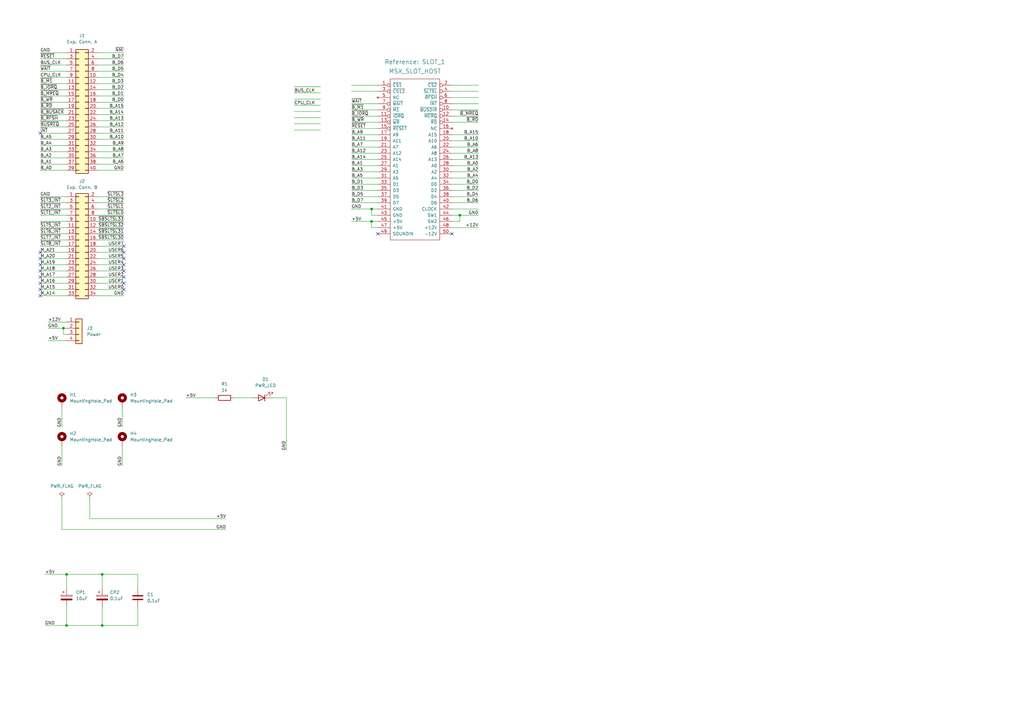
<source format=kicad_sch>
(kicad_sch (version 20230121) (generator eeschema)
  (paper "A3")
  (title_block (date "2023-08-13"))
  (lib_symbols
    (symbol "Connector_Generic:Conn_01x04" (pin_names (offset 1.016) hide)
      (property "Reference" "J" (at 0 5.08 0))
      (property "Value" "Conn_01x04" (at 0 -7.62 0))
      (symbol "Conn_01x04_1_1"
        (rectangle (start -1.27 -4.953) (end 0 -5.207) (stroke (width 0.1524)))
        (rectangle (start -1.27 -2.413) (end 0 -2.667) (stroke (width 0.1524)))
        (rectangle (start -1.27 0.127) (end 0 -0.127) (stroke (width 0.1524)))
        (rectangle (start -1.27 2.667) (end 0 2.413) (stroke (width 0.1524)))
        (rectangle (start -1.27 3.81) (end 1.27 -6.35) (stroke (width 0.254)) (fill (type background)))
        (pin passive line (at -5.08 2.54 0) (length 3.81) (name "Pin_1") (number "1"))
        (pin passive line (at -5.08 0 0) (length 3.81) (name "Pin_2") (number "2"))
        (pin passive line (at -5.08 -2.54 0) (length 3.81) (name "Pin_3") (number "3"))
        (pin passive line (at -5.08 -5.08 0) (length 3.81) (name "Pin_4") (number "4"))
      )
    )
    (symbol "Connector_Generic:Conn_02x17_Odd_Even" (pin_names (offset 1.016) hide)
      (property "Reference" "J" (at 1.27 22.86 0))
      (property "Value" "Conn_02x17_Odd_Even" (at 1.27 -22.86 0))
      (symbol "Conn_02x17_Odd_Even_1_1"
        (rectangle (start -1.27 -20.193) (end 0 -20.447) (stroke (width 0.1524)))
        (rectangle (start -1.27 -17.653) (end 0 -17.907) (stroke (width 0.1524)))
        (rectangle (start -1.27 -15.113) (end 0 -15.367) (stroke (width 0.1524)))
        (rectangle (start -1.27 -12.573) (end 0 -12.827) (stroke (width 0.1524)))
        (rectangle (start -1.27 -10.033) (end 0 -10.287) (stroke (width 0.1524)))
        (rectangle (start -1.27 -7.493) (end 0 -7.747) (stroke (width 0.1524)))
        (rectangle (start -1.27 -4.953) (end 0 -5.207) (stroke (width 0.1524)))
        (rectangle (start -1.27 -2.413) (end 0 -2.667) (stroke (width 0.1524)))
        (rectangle (start -1.27 0.127) (end 0 -0.127) (stroke (width 0.1524)))
        (rectangle (start -1.27 2.667) (end 0 2.413) (stroke (width 0.1524)))
        (rectangle (start -1.27 5.207) (end 0 4.953) (stroke (width 0.1524)))
        (rectangle (start -1.27 7.747) (end 0 7.493) (stroke (width 0.1524)))
        (rectangle (start -1.27 10.287) (end 0 10.033) (stroke (width 0.1524)))
        (rectangle (start -1.27 12.827) (end 0 12.573) (stroke (width 0.1524)))
        (rectangle (start -1.27 15.367) (end 0 15.113) (stroke (width 0.1524)))
        (rectangle (start -1.27 17.907) (end 0 17.653) (stroke (width 0.1524)))
        (rectangle (start -1.27 20.447) (end 0 20.193) (stroke (width 0.1524)))
        (rectangle (start -1.27 21.59) (end 3.81 -21.59) (stroke (width 0.254)) (fill (type background)))
        (rectangle (start 3.81 -20.193) (end 2.54 -20.447) (stroke (width 0.1524)))
        (rectangle (start 3.81 -17.653) (end 2.54 -17.907) (stroke (width 0.1524)))
        (rectangle (start 3.81 -15.113) (end 2.54 -15.367) (stroke (width 0.1524)))
        (rectangle (start 3.81 -12.573) (end 2.54 -12.827) (stroke (width 0.1524)))
        (rectangle (start 3.81 -10.033) (end 2.54 -10.287) (stroke (width 0.1524)))
        (rectangle (start 3.81 -7.493) (end 2.54 -7.747) (stroke (width 0.1524)))
        (rectangle (start 3.81 -4.953) (end 2.54 -5.207) (stroke (width 0.1524)))
        (rectangle (start 3.81 -2.413) (end 2.54 -2.667) (stroke (width 0.1524)))
        (rectangle (start 3.81 0.127) (end 2.54 -0.127) (stroke (width 0.1524)))
        (rectangle (start 3.81 2.667) (end 2.54 2.413) (stroke (width 0.1524)))
        (rectangle (start 3.81 5.207) (end 2.54 4.953) (stroke (width 0.1524)))
        (rectangle (start 3.81 7.747) (end 2.54 7.493) (stroke (width 0.1524)))
        (rectangle (start 3.81 10.287) (end 2.54 10.033) (stroke (width 0.1524)))
        (rectangle (start 3.81 12.827) (end 2.54 12.573) (stroke (width 0.1524)))
        (rectangle (start 3.81 15.367) (end 2.54 15.113) (stroke (width 0.1524)))
        (rectangle (start 3.81 17.907) (end 2.54 17.653) (stroke (width 0.1524)))
        (rectangle (start 3.81 20.447) (end 2.54 20.193) (stroke (width 0.1524)))
        (pin passive line (at -5.08 20.32 0) (length 3.81) (name "Pin_1") (number "1"))
        (pin passive line (at 7.62 10.16 180) (length 3.81) (name "Pin_10") (number "10"))
        (pin passive line (at -5.08 7.62 0) (length 3.81) (name "Pin_11") (number "11"))
        (pin passive line (at 7.62 7.62 180) (length 3.81) (name "Pin_12") (number "12"))
        (pin passive line (at -5.08 5.08 0) (length 3.81) (name "Pin_13") (number "13"))
        (pin passive line (at 7.62 5.08 180) (length 3.81) (name "Pin_14") (number "14"))
        (pin passive line (at -5.08 2.54 0) (length 3.81) (name "Pin_15") (number "15"))
        (pin passive line (at 7.62 2.54 180) (length 3.81) (name "Pin_16") (number "16"))
        (pin passive line (at -5.08 0 0) (length 3.81) (name "Pin_17") (number "17"))
        (pin passive line (at 7.62 0 180) (length 3.81) (name "Pin_18") (number "18"))
        (pin passive line (at -5.08 -2.54 0) (length 3.81) (name "Pin_19") (number "19"))
        (pin passive line (at 7.62 20.32 180) (length 3.81) (name "Pin_2") (number "2"))
        (pin passive line (at 7.62 -2.54 180) (length 3.81) (name "Pin_20") (number "20"))
        (pin passive line (at -5.08 -5.08 0) (length 3.81) (name "Pin_21") (number "21"))
        (pin passive line (at 7.62 -5.08 180) (length 3.81) (name "Pin_22") (number "22"))
        (pin passive line (at -5.08 -7.62 0) (length 3.81) (name "Pin_23") (number "23"))
        (pin passive line (at 7.62 -7.62 180) (length 3.81) (name "Pin_24") (number "24"))
        (pin passive line (at -5.08 -10.16 0) (length 3.81) (name "Pin_25") (number "25"))
        (pin passive line (at 7.62 -10.16 180) (length 3.81) (name "Pin_26") (number "26"))
        (pin passive line (at -5.08 -12.7 0) (length 3.81) (name "Pin_27") (number "27"))
        (pin passive line (at 7.62 -12.7 180) (length 3.81) (name "Pin_28") (number "28"))
        (pin passive line (at -5.08 -15.24 0) (length 3.81) (name "Pin_29") (number "29"))
        (pin passive line (at -5.08 17.78 0) (length 3.81) (name "Pin_3") (number "3"))
        (pin passive line (at 7.62 -15.24 180) (length 3.81) (name "Pin_30") (number "30"))
        (pin passive line (at -5.08 -17.78 0) (length 3.81) (name "Pin_31") (number "31"))
        (pin passive line (at 7.62 -17.78 180) (length 3.81) (name "Pin_32") (number "32"))
        (pin passive line (at -5.08 -20.32 0) (length 3.81) (name "Pin_33") (number "33"))
        (pin passive line (at 7.62 -20.32 180) (length 3.81) (name "Pin_34") (number "34"))
        (pin passive line (at 7.62 17.78 180) (length 3.81) (name "Pin_4") (number "4"))
        (pin passive line (at -5.08 15.24 0) (length 3.81) (name "Pin_5") (number "5"))
        (pin passive line (at 7.62 15.24 180) (length 3.81) (name "Pin_6") (number "6"))
        (pin passive line (at -5.08 12.7 0) (length 3.81) (name "Pin_7") (number "7"))
        (pin passive line (at 7.62 12.7 180) (length 3.81) (name "Pin_8") (number "8"))
        (pin passive line (at -5.08 10.16 0) (length 3.81) (name "Pin_9") (number "9"))
      )
    )
    (symbol "Connector_Generic:Conn_02x20_Odd_Even" (pin_names (offset 1.016) hide)
      (property "Reference" "J" (at 1.27 25.4 0))
      (property "Value" "Conn_02x20_Odd_Even" (at 1.27 -27.94 0))
      (symbol "Conn_02x20_Odd_Even_1_1"
        (rectangle (start -1.27 -25.273) (end 0 -25.527) (stroke (width 0.1524)))
        (rectangle (start -1.27 -22.733) (end 0 -22.987) (stroke (width 0.1524)))
        (rectangle (start -1.27 -20.193) (end 0 -20.447) (stroke (width 0.1524)))
        (rectangle (start -1.27 -17.653) (end 0 -17.907) (stroke (width 0.1524)))
        (rectangle (start -1.27 -15.113) (end 0 -15.367) (stroke (width 0.1524)))
        (rectangle (start -1.27 -12.573) (end 0 -12.827) (stroke (width 0.1524)))
        (rectangle (start -1.27 -10.033) (end 0 -10.287) (stroke (width 0.1524)))
        (rectangle (start -1.27 -7.493) (end 0 -7.747) (stroke (width 0.1524)))
        (rectangle (start -1.27 -4.953) (end 0 -5.207) (stroke (width 0.1524)))
        (rectangle (start -1.27 -2.413) (end 0 -2.667) (stroke (width 0.1524)))
        (rectangle (start -1.27 0.127) (end 0 -0.127) (stroke (width 0.1524)))
        (rectangle (start -1.27 2.667) (end 0 2.413) (stroke (width 0.1524)))
        (rectangle (start -1.27 5.207) (end 0 4.953) (stroke (width 0.1524)))
        (rectangle (start -1.27 7.747) (end 0 7.493) (stroke (width 0.1524)))
        (rectangle (start -1.27 10.287) (end 0 10.033) (stroke (width 0.1524)))
        (rectangle (start -1.27 12.827) (end 0 12.573) (stroke (width 0.1524)))
        (rectangle (start -1.27 15.367) (end 0 15.113) (stroke (width 0.1524)))
        (rectangle (start -1.27 17.907) (end 0 17.653) (stroke (width 0.1524)))
        (rectangle (start -1.27 20.447) (end 0 20.193) (stroke (width 0.1524)))
        (rectangle (start -1.27 22.987) (end 0 22.733) (stroke (width 0.1524)))
        (rectangle (start -1.27 24.13) (end 3.81 -26.67) (stroke (width 0.254)) (fill (type background)))
        (rectangle (start 3.81 -25.273) (end 2.54 -25.527) (stroke (width 0.1524)))
        (rectangle (start 3.81 -22.733) (end 2.54 -22.987) (stroke (width 0.1524)))
        (rectangle (start 3.81 -20.193) (end 2.54 -20.447) (stroke (width 0.1524)))
        (rectangle (start 3.81 -17.653) (end 2.54 -17.907) (stroke (width 0.1524)))
        (rectangle (start 3.81 -15.113) (end 2.54 -15.367) (stroke (width 0.1524)))
        (rectangle (start 3.81 -12.573) (end 2.54 -12.827) (stroke (width 0.1524)))
        (rectangle (start 3.81 -10.033) (end 2.54 -10.287) (stroke (width 0.1524)))
        (rectangle (start 3.81 -7.493) (end 2.54 -7.747) (stroke (width 0.1524)))
        (rectangle (start 3.81 -4.953) (end 2.54 -5.207) (stroke (width 0.1524)))
        (rectangle (start 3.81 -2.413) (end 2.54 -2.667) (stroke (width 0.1524)))
        (rectangle (start 3.81 0.127) (end 2.54 -0.127) (stroke (width 0.1524)))
        (rectangle (start 3.81 2.667) (end 2.54 2.413) (stroke (width 0.1524)))
        (rectangle (start 3.81 5.207) (end 2.54 4.953) (stroke (width 0.1524)))
        (rectangle (start 3.81 7.747) (end 2.54 7.493) (stroke (width 0.1524)))
        (rectangle (start 3.81 10.287) (end 2.54 10.033) (stroke (width 0.1524)))
        (rectangle (start 3.81 12.827) (end 2.54 12.573) (stroke (width 0.1524)))
        (rectangle (start 3.81 15.367) (end 2.54 15.113) (stroke (width 0.1524)))
        (rectangle (start 3.81 17.907) (end 2.54 17.653) (stroke (width 0.1524)))
        (rectangle (start 3.81 20.447) (end 2.54 20.193) (stroke (width 0.1524)))
        (rectangle (start 3.81 22.987) (end 2.54 22.733) (stroke (width 0.1524)))
        (pin passive line (at -5.08 22.86 0) (length 3.81) (name "Pin_1") (number "1"))
        (pin passive line (at 7.62 12.7 180) (length 3.81) (name "Pin_10") (number "10"))
        (pin passive line (at -5.08 10.16 0) (length 3.81) (name "Pin_11") (number "11"))
        (pin passive line (at 7.62 10.16 180) (length 3.81) (name "Pin_12") (number "12"))
        (pin passive line (at -5.08 7.62 0) (length 3.81) (name "Pin_13") (number "13"))
        (pin passive line (at 7.62 7.62 180) (length 3.81) (name "Pin_14") (number "14"))
        (pin passive line (at -5.08 5.08 0) (length 3.81) (name "Pin_15") (number "15"))
        (pin passive line (at 7.62 5.08 180) (length 3.81) (name "Pin_16") (number "16"))
        (pin passive line (at -5.08 2.54 0) (length 3.81) (name "Pin_17") (number "17"))
        (pin passive line (at 7.62 2.54 180) (length 3.81) (name "Pin_18") (number "18"))
        (pin passive line (at -5.08 0 0) (length 3.81) (name "Pin_19") (number "19"))
        (pin passive line (at 7.62 22.86 180) (length 3.81) (name "Pin_2") (number "2"))
        (pin passive line (at 7.62 0 180) (length 3.81) (name "Pin_20") (number "20"))
        (pin passive line (at -5.08 -2.54 0) (length 3.81) (name "Pin_21") (number "21"))
        (pin passive line (at 7.62 -2.54 180) (length 3.81) (name "Pin_22") (number "22"))
        (pin passive line (at -5.08 -5.08 0) (length 3.81) (name "Pin_23") (number "23"))
        (pin passive line (at 7.62 -5.08 180) (length 3.81) (name "Pin_24") (number "24"))
        (pin passive line (at -5.08 -7.62 0) (length 3.81) (name "Pin_25") (number "25"))
        (pin passive line (at 7.62 -7.62 180) (length 3.81) (name "Pin_26") (number "26"))
        (pin passive line (at -5.08 -10.16 0) (length 3.81) (name "Pin_27") (number "27"))
        (pin passive line (at 7.62 -10.16 180) (length 3.81) (name "Pin_28") (number "28"))
        (pin passive line (at -5.08 -12.7 0) (length 3.81) (name "Pin_29") (number "29"))
        (pin passive line (at -5.08 20.32 0) (length 3.81) (name "Pin_3") (number "3"))
        (pin passive line (at 7.62 -12.7 180) (length 3.81) (name "Pin_30") (number "30"))
        (pin passive line (at -5.08 -15.24 0) (length 3.81) (name "Pin_31") (number "31"))
        (pin passive line (at 7.62 -15.24 180) (length 3.81) (name "Pin_32") (number "32"))
        (pin passive line (at -5.08 -17.78 0) (length 3.81) (name "Pin_33") (number "33"))
        (pin passive line (at 7.62 -17.78 180) (length 3.81) (name "Pin_34") (number "34"))
        (pin passive line (at -5.08 -20.32 0) (length 3.81) (name "Pin_35") (number "35"))
        (pin passive line (at 7.62 -20.32 180) (length 3.81) (name "Pin_36") (number "36"))
        (pin passive line (at -5.08 -22.86 0) (length 3.81) (name "Pin_37") (number "37"))
        (pin passive line (at 7.62 -22.86 180) (length 3.81) (name "Pin_38") (number "38"))
        (pin passive line (at -5.08 -25.4 0) (length 3.81) (name "Pin_39") (number "39"))
        (pin passive line (at 7.62 20.32 180) (length 3.81) (name "Pin_4") (number "4"))
        (pin passive line (at 7.62 -25.4 180) (length 3.81) (name "Pin_40") (number "40"))
        (pin passive line (at -5.08 17.78 0) (length 3.81) (name "Pin_5") (number "5"))
        (pin passive line (at 7.62 17.78 180) (length 3.81) (name "Pin_6") (number "6"))
        (pin passive line (at -5.08 15.24 0) (length 3.81) (name "Pin_7") (number "7"))
        (pin passive line (at 7.62 15.24 180) (length 3.81) (name "Pin_8") (number "8"))
        (pin passive line (at -5.08 12.7 0) (length 3.81) (name "Pin_9") (number "9"))
      )
    )
    (symbol "Device:C" (pin_numbers hide) (pin_names (offset 0.254))
      (property "Reference" "C" (at 0.635 2.54 0))
      (property "Value" "C" (at 0.635 -2.54 0))
      (symbol "C_0_1"
        (polyline (pts (xy -2.032 -0.762) (xy 2.032 -0.762)) (stroke (width 0.508)))
        (polyline (pts (xy -2.032 0.762) (xy 2.032 0.762)) (stroke (width 0.508)))
      )
      (symbol "C_1_1"
        (pin passive line (at 0 3.81 270) (length 2.794) (name "~") (number "1"))
        (pin passive line (at 0 -3.81 90) (length 2.794) (name "~") (number "2"))
      )
    )
    (symbol "Device:C_Polarized" (pin_numbers hide) (pin_names (offset 0.254))
      (property "Reference" "C" (at 0.635 2.54 0))
      (property "Value" "C_Polarized" (at 0.635 -2.54 0))
      (symbol "C_Polarized_0_1"
        (rectangle (start -2.286 0.508) (end 2.286 1.016))
        (polyline (pts (xy -1.778 2.286) (xy -0.762 2.286)))
        (polyline (pts (xy -1.27 2.794) (xy -1.27 1.778)))
        (rectangle (start 2.286 -0.508) (end -2.286 -1.016) (fill (type outline)))
      )
      (symbol "C_Polarized_1_1"
        (pin passive line (at 0 3.81 270) (length 2.794) (name "~") (number "1"))
        (pin passive line (at 0 -3.81 90) (length 2.794) (name "~") (number "2"))
      )
    )
    (symbol "Device:LED" (pin_numbers hide) (pin_names (offset 1.016) hide)
      (property "Reference" "D" (at 0 2.54 0))
      (property "Value" "LED" (at 0 -2.54 0))
      (symbol "LED_0_1"
        (polyline (pts (xy -1.27 -1.27) (xy -1.27 1.27)) (stroke (width 0.254)))
        (polyline (pts (xy -1.27 0) (xy 1.27 0)))
        (polyline (pts (xy 1.27 -1.27) (xy 1.27 1.27) (xy -1.27 0) (xy 1.27 -1.27)) (stroke (width 0.254)))
        (polyline (pts (xy -3.048 -0.762) (xy -4.572 -2.286) (xy -3.81 -2.286) (xy -4.572 -2.286) (xy -4.572 -1.524)))
        (polyline (pts (xy -1.778 -0.762) (xy -3.302 -2.286) (xy -2.54 -2.286) (xy -3.302 -2.286) (xy -3.302 -1.524)))
      )
      (symbol "LED_1_1"
        (pin passive line (at -3.81 0 0) (length 2.54) (name "K") (number "1"))
        (pin passive line (at 3.81 0 180) (length 2.54) (name "A") (number "2"))
      )
    )
    (symbol "Device:R" (pin_numbers hide) (pin_names (offset 0))
      (property "Reference" "R" (at 2.032 0 90))
      (property "Value" "R" (at 0 0 90))
      (symbol "R_0_1"
        (rectangle (start -1.016 -2.54) (end 1.016 2.54) (stroke (width 0.254)))
      )
      (symbol "R_1_1"
        (pin passive line (at 0 3.81 270) (length 1.27) (name "~") (number "1"))
        (pin passive line (at 0 -3.81 90) (length 1.27) (name "~") (number "2"))
      )
    )
    (symbol "Mechanical:MountingHole_Pad" (pin_numbers hide) (pin_names (offset 1.016) hide)
      (property "Reference" "H" (at 0 6.35 0))
      (property "Value" "MountingHole_Pad" (at 0 4.445 0))
      (symbol "MountingHole_Pad_0_1"
        (circle (center 0 1.27) (radius 1.27) (stroke (width 1.27)))
      )
      (symbol "MountingHole_Pad_1_1"
        (pin input line (at 0 -2.54 90) (length 2.54) (name "1") (number "1"))
      )
    )
    (symbol "my_components:MSX_SLOT_HOST" (pin_names (offset 1.016))
      (property "Reference" "BUS" (at -10.16 34.29 0))
      (property "Value" "MSX_SLOT_HOST" (at -10.16 -34.29 0))
      (symbol "MSX_SLOT_HOST_0_1"
        (rectangle (start -10.16 -33.02) (end 10.16 33.02))
      )
      (symbol "MSX_SLOT_HOST_1_1"
        (pin input inverted (at -15.24 30.48 0) (length 5.08) (name "~{CS1}") (number "1"))
        (pin output inverted (at 15.24 20.32 180) (length 5.08) (name "~{BUSDIR}") (number "10"))
        (pin input inverted (at -15.24 17.78 0) (length 5.08) (name "~{IORQ}") (number "11"))
        (pin input inverted (at 15.24 17.78 180) (length 5.08) (name "~{MERQ}") (number "12"))
        (pin input inverted (at -15.24 15.24 0) (length 5.08) (name "~{WR}") (number "13"))
        (pin input inverted (at 15.24 15.24 180) (length 5.08) (name "~{RD}") (number "14"))
        (pin input inverted (at -15.24 12.7 0) (length 5.08) (name "~{RESET}") (number "15"))
        (pin no_connect line (at 15.24 12.7 180) (length 5.08) (name "NC") (number "16"))
        (pin input line (at -15.24 10.16 0) (length 5.08) (name "A9") (number "17"))
        (pin input line (at 15.24 10.16 180) (length 5.08) (name "A15") (number "18"))
        (pin input line (at -15.24 7.62 0) (length 5.08) (name "A11") (number "19"))
        (pin input inverted (at 15.24 30.48 180) (length 5.08) (name "~{CS2}") (number "2"))
        (pin input line (at 15.24 7.62 180) (length 5.08) (name "A10") (number "20"))
        (pin input line (at -15.24 5.08 0) (length 5.08) (name "A7") (number "21"))
        (pin input line (at 15.24 5.08 180) (length 5.08) (name "A6") (number "22"))
        (pin input line (at -15.24 2.54 0) (length 5.08) (name "A12") (number "23"))
        (pin input line (at 15.24 2.54 180) (length 5.08) (name "A8") (number "24"))
        (pin input line (at -15.24 0 0) (length 5.08) (name "A14") (number "25"))
        (pin input line (at 15.24 0 180) (length 5.08) (name "A13") (number "26"))
        (pin input line (at -15.24 -2.54 0) (length 5.08) (name "A1") (number "27"))
        (pin input line (at 15.24 -2.54 180) (length 5.08) (name "A0") (number "28"))
        (pin input line (at -15.24 -5.08 0) (length 5.08) (name "A3") (number "29"))
        (pin input inverted (at -15.24 27.94 0) (length 5.08) (name "~{CS12}") (number "3"))
        (pin input line (at 15.24 -5.08 180) (length 5.08) (name "A2") (number "30"))
        (pin input line (at -15.24 -7.62 0) (length 5.08) (name "A5") (number "31"))
        (pin input line (at 15.24 -7.62 180) (length 5.08) (name "A4") (number "32"))
        (pin tri_state line (at -15.24 -10.16 0) (length 5.08) (name "D1") (number "33"))
        (pin tri_state line (at 15.24 -10.16 180) (length 5.08) (name "D0") (number "34"))
        (pin tri_state line (at -15.24 -12.7 0) (length 5.08) (name "D3") (number "35"))
        (pin tri_state line (at 15.24 -12.7 180) (length 5.08) (name "D2~{}") (number "36"))
        (pin tri_state line (at -15.24 -15.24 0) (length 5.08) (name "D5") (number "37"))
        (pin tri_state line (at 15.24 -15.24 180) (length 5.08) (name "D4") (number "38"))
        (pin tri_state line (at -15.24 -17.78 0) (length 5.08) (name "D7") (number "39"))
        (pin input inverted (at 15.24 27.94 180) (length 5.08) (name "~{SLTSL}") (number "4"))
        (pin tri_state line (at 15.24 -17.78 180) (length 5.08) (name "D6") (number "40"))
        (pin power_in line (at -15.24 -20.32 0) (length 5.08) (name "GND") (number "41"))
        (pin input line (at 15.24 -20.32 180) (length 5.08) (name "CLOCK") (number "42"))
        (pin power_in line (at -15.24 -22.86 0) (length 5.08) (name "GND") (number "43"))
        (pin passive line (at 15.24 -22.86 180) (length 5.08) (name "SW1") (number "44"))
        (pin power_in line (at -15.24 -25.4 0) (length 5.08) (name "+5V") (number "45"))
        (pin passive line (at 15.24 -25.4 180) (length 5.08) (name "SW2") (number "46"))
        (pin power_in line (at -15.24 -27.94 0) (length 5.08) (name "+5V") (number "47"))
        (pin power_in line (at 15.24 -27.94 180) (length 5.08) (name "+12V") (number "48"))
        (pin output line (at -15.24 -30.48 0) (length 5.08) (name "SOUNDIN") (number "49"))
        (pin no_connect line (at -15.24 25.4 0) (length 5.08) (name "NC") (number "5"))
        (pin power_in line (at 15.24 -30.48 180) (length 5.08) (name "-12V") (number "50"))
        (pin input inverted (at 15.24 25.4 180) (length 5.08) (name "~{RFSH}") (number "6"))
        (pin open_collector inverted (at -15.24 22.86 0) (length 5.08) (name "~{WAIT}") (number "7"))
        (pin open_collector inverted (at 15.24 22.86 180) (length 5.08) (name "~{INT}") (number "8"))
        (pin input inverted (at -15.24 20.32 0) (length 5.08) (name "~{M1}") (number "9"))
      )
    )
    (symbol "power:PWR_FLAG" (power) (pin_numbers hide) (pin_names (offset 0) hide)
      (property "Value" "PWR_FLAG" (at 0 3.81 0))
      (symbol "PWR_FLAG_0_0"
        (pin power_out line (at 0 0 90) (length 0) (name "pwr") (number "1"))
      )
      (symbol "PWR_FLAG_0_1"
        (polyline (pts (xy 0 0) (xy 0 1.27) (xy -1.016 1.905) (xy 0 2.54) (xy 1.016 1.905) (xy 0 1.27)))
      )
    )
  )
  (junction (at 27.305 256.54))
  (junction (at 41.91 256.54))
  (junction (at 41.91 235.585))
  (junction (at 26.035 134.62))
  (junction (at 27.305 235.585))
  (junction (at 188.595 88.265))
  (junction (at 152.4 90.805))
  (junction (at 152.4 85.725))
  (no_connect (at 16.51 118.745))
  (no_connect (at 50.8 113.665))
  (no_connect (at 50.8 108.585))
  (no_connect (at 50.8 116.205))
  (no_connect (at 50.8 103.505))
  (no_connect (at 16.51 54.61))
  (no_connect (at 185.42 95.885))
  (no_connect (at 16.51 113.665))
  (no_connect (at 154.94 95.885))
  (no_connect (at 50.8 100.965))
  (no_connect (at 50.8 118.745))
  (no_connect (at 16.51 106.045))
  (no_connect (at 50.8 111.125))
  (no_connect (at 16.51 111.125))
  (no_connect (at 16.51 116.205))
  (no_connect (at 16.51 108.585))
  (no_connect (at 16.51 103.505))
  (no_connect (at 16.51 121.285))
  (no_connect (at 50.8 106.045))
  (wire (pts (xy 50.8 36.83) (xy 40.005 36.83)))
  (wire (pts (xy 40.005 103.505) (xy 50.8 103.505)))
  (wire (pts (xy 25.4 204.47) (xy 25.4 217.17)))
  (wire (pts (xy 144.145 47.625) (xy 154.94 47.625)))
  (wire (pts (xy 152.4 90.805) (xy 154.94 90.805)))
  (wire (pts (xy 188.595 88.265) (xy 185.42 88.265)))
  (wire (pts (xy 16.51 113.665) (xy 27.305 113.665)))
  (wire (pts (xy 196.215 62.865) (xy 185.42 62.865)))
  (wire (pts (xy 154.94 88.265) (xy 152.4 88.265)))
  (wire (pts (xy 56.515 241.3) (xy 56.515 235.585)))
  (wire (pts (xy 196.215 42.545) (xy 185.42 42.545)))
  (wire (pts (xy 16.51 36.83) (xy 27.305 36.83)))
  (wire (pts (xy 144.145 34.925) (xy 154.94 34.925)))
  (wire (pts (xy 16.51 46.99) (xy 27.305 46.99)))
  (wire (pts (xy 40.005 90.805) (xy 50.8 90.805)))
  (wire (pts (xy 144.145 83.185) (xy 154.94 83.185)))
  (wire (pts (xy 50.165 167.005) (xy 50.165 175.26)))
  (wire (pts (xy 56.515 256.54) (xy 41.91 256.54)))
  (wire (pts (xy 196.215 60.325) (xy 185.42 60.325)))
  (wire (pts (xy 144.145 67.945) (xy 154.94 67.945)))
  (wire (pts (xy 196.215 80.645) (xy 185.42 80.645)))
  (wire (pts (xy 152.4 88.265) (xy 152.4 85.725)))
  (wire (pts (xy 120.65 40.64) (xy 131.445 40.64)))
  (wire (pts (xy 16.51 85.725) (xy 27.305 85.725)))
  (wire (pts (xy 18.415 235.585) (xy 27.305 235.585)))
  (wire (pts (xy 50.8 41.91) (xy 40.005 41.91)))
  (wire (pts (xy 27.305 235.585) (xy 27.305 241.3)))
  (wire (pts (xy 40.005 106.045) (xy 50.8 106.045)))
  (wire (pts (xy 16.51 69.85) (xy 27.305 69.85)))
  (wire (pts (xy 50.8 121.285) (xy 40.005 121.285)))
  (wire (pts (xy 50.8 52.07) (xy 40.005 52.07)))
  (wire (pts (xy 196.215 78.105) (xy 185.42 78.105)))
  (wire (pts (xy 50.8 57.15) (xy 40.005 57.15)))
  (wire (pts (xy 25.4 182.88) (xy 25.4 191.135)))
  (wire (pts (xy 40.005 100.965) (xy 50.8 100.965)))
  (wire (pts (xy 196.215 57.785) (xy 185.42 57.785)))
  (wire (pts (xy 16.51 41.91) (xy 27.305 41.91)))
  (wire (pts (xy 196.215 40.005) (xy 185.42 40.005)))
  (wire (pts (xy 120.65 38.1) (xy 131.445 38.1)))
  (wire (pts (xy 27.305 256.54) (xy 27.305 248.92)))
  (wire (pts (xy 50.8 62.23) (xy 40.005 62.23)))
  (wire (pts (xy 144.145 60.325) (xy 154.94 60.325)))
  (wire (pts (xy 196.215 70.485) (xy 185.42 70.485)))
  (wire (pts (xy 196.215 88.265) (xy 188.595 88.265)))
  (wire (pts (xy 19.685 134.62) (xy 26.035 134.62)))
  (wire (pts (xy 40.005 88.265) (xy 50.8 88.265)))
  (wire (pts (xy 50.8 54.61) (xy 40.005 54.61)))
  (wire (pts (xy 120.65 48.26) (xy 131.445 48.26)))
  (wire (pts (xy 16.51 54.61) (xy 27.305 54.61)))
  (wire (pts (xy 117.475 163.195) (xy 117.475 184.785)))
  (wire (pts (xy 50.8 49.53) (xy 40.005 49.53)))
  (wire (pts (xy 50.8 116.205) (xy 40.005 116.205)))
  (wire (pts (xy 50.8 24.13) (xy 40.005 24.13)))
  (wire (pts (xy 76.2 163.195) (xy 88.265 163.195)))
  (wire (pts (xy 16.51 44.45) (xy 27.305 44.45)))
  (wire (pts (xy 144.145 80.645) (xy 154.94 80.645)))
  (wire (pts (xy 196.215 47.625) (xy 185.42 47.625)))
  (wire (pts (xy 50.8 34.29) (xy 40.005 34.29)))
  (wire (pts (xy 50.8 46.99) (xy 40.005 46.99)))
  (wire (pts (xy 144.145 57.785) (xy 154.94 57.785)))
  (wire (pts (xy 152.4 93.345) (xy 152.4 90.805)))
  (wire (pts (xy 25.4 217.17) (xy 92.71 217.17)))
  (wire (pts (xy 36.83 212.725) (xy 92.71 212.725)))
  (wire (pts (xy 16.51 29.21) (xy 27.305 29.21)))
  (wire (pts (xy 196.215 45.085) (xy 185.42 45.085)))
  (wire (pts (xy 120.65 35.56) (xy 131.445 35.56)))
  (wire (pts (xy 50.8 59.69) (xy 40.005 59.69)))
  (wire (pts (xy 40.005 83.185) (xy 50.8 83.185)))
  (wire (pts (xy 144.145 75.565) (xy 154.94 75.565)))
  (wire (pts (xy 120.65 53.34) (xy 131.445 53.34)))
  (wire (pts (xy 16.51 49.53) (xy 27.305 49.53)))
  (wire (pts (xy 16.51 59.69) (xy 27.305 59.69)))
  (wire (pts (xy 25.4 167.005) (xy 25.4 175.26)))
  (wire (pts (xy 16.51 39.37) (xy 27.305 39.37)))
  (wire (pts (xy 16.51 26.67) (xy 27.305 26.67)))
  (wire (pts (xy 120.65 43.18) (xy 131.445 43.18)))
  (wire (pts (xy 95.885 163.195) (xy 103.505 163.195)))
  (wire (pts (xy 196.215 85.725) (xy 185.42 85.725)))
  (wire (pts (xy 16.51 118.745) (xy 27.305 118.745)))
  (wire (pts (xy 40.005 98.425) (xy 50.8 98.425)))
  (wire (pts (xy 16.51 121.285) (xy 27.305 121.285)))
  (wire (pts (xy 18.415 256.54) (xy 27.305 256.54)))
  (wire (pts (xy 16.51 31.75) (xy 27.305 31.75)))
  (wire (pts (xy 50.8 67.31) (xy 40.005 67.31)))
  (wire (pts (xy 16.51 108.585) (xy 27.305 108.585)))
  (wire (pts (xy 144.145 70.485) (xy 154.94 70.485)))
  (wire (pts (xy 41.91 235.585) (xy 41.91 241.3)))
  (wire (pts (xy 26.035 137.16) (xy 26.035 134.62)))
  (wire (pts (xy 40.005 108.585) (xy 50.8 108.585)))
  (wire (pts (xy 16.51 93.345) (xy 27.305 93.345)))
  (wire (pts (xy 16.51 116.205) (xy 27.305 116.205)))
  (wire (pts (xy 27.305 137.16) (xy 26.035 137.16)))
  (wire (pts (xy 144.145 37.465) (xy 154.94 37.465)))
  (wire (pts (xy 16.51 52.07) (xy 27.305 52.07)))
  (wire (pts (xy 19.685 139.7) (xy 27.305 139.7)))
  (wire (pts (xy 144.145 50.165) (xy 154.94 50.165)))
  (wire (pts (xy 144.145 52.705) (xy 154.94 52.705)))
  (wire (pts (xy 144.145 45.085) (xy 154.94 45.085)))
  (wire (pts (xy 152.4 85.725) (xy 154.94 85.725)))
  (wire (pts (xy 196.215 34.925) (xy 185.42 34.925)))
  (wire (pts (xy 50.8 64.77) (xy 40.005 64.77)))
  (wire (pts (xy 144.145 65.405) (xy 154.94 65.405)))
  (wire (pts (xy 16.51 57.15) (xy 27.305 57.15)))
  (wire (pts (xy 50.8 113.665) (xy 40.005 113.665)))
  (wire (pts (xy 196.215 83.185) (xy 185.42 83.185)))
  (wire (pts (xy 16.51 64.77) (xy 27.305 64.77)))
  (wire (pts (xy 16.51 80.645) (xy 27.305 80.645)))
  (wire (pts (xy 120.65 45.72) (xy 131.445 45.72)))
  (wire (pts (xy 185.42 90.805) (xy 188.595 90.805)))
  (wire (pts (xy 50.8 31.75) (xy 40.005 31.75)))
  (wire (pts (xy 50.8 69.85) (xy 40.005 69.85)))
  (wire (pts (xy 27.305 235.585) (xy 41.91 235.585)))
  (wire (pts (xy 16.51 98.425) (xy 27.305 98.425)))
  (wire (pts (xy 16.51 88.265) (xy 27.305 88.265)))
  (wire (pts (xy 196.215 73.025) (xy 185.42 73.025)))
  (wire (pts (xy 196.215 37.465) (xy 185.42 37.465)))
  (wire (pts (xy 50.165 182.88) (xy 50.165 191.135)))
  (wire (pts (xy 16.51 106.045) (xy 27.305 106.045)))
  (wire (pts (xy 120.65 50.8) (xy 131.445 50.8)))
  (wire (pts (xy 16.51 95.885) (xy 27.305 95.885)))
  (wire (pts (xy 16.51 67.31) (xy 27.305 67.31)))
  (wire (pts (xy 50.8 44.45) (xy 40.005 44.45)))
  (wire (pts (xy 196.215 65.405) (xy 185.42 65.405)))
  (wire (pts (xy 196.215 93.345) (xy 185.42 93.345)))
  (wire (pts (xy 16.51 21.59) (xy 27.305 21.59)))
  (wire (pts (xy 50.8 21.59) (xy 40.005 21.59)))
  (wire (pts (xy 16.51 111.125) (xy 27.305 111.125)))
  (wire (pts (xy 16.51 103.505) (xy 27.305 103.505)))
  (wire (pts (xy 40.005 93.345) (xy 50.8 93.345)))
  (wire (pts (xy 196.215 75.565) (xy 185.42 75.565)))
  (wire (pts (xy 196.215 67.945) (xy 185.42 67.945)))
  (wire (pts (xy 144.145 78.105) (xy 154.94 78.105)))
  (wire (pts (xy 196.215 50.165) (xy 185.42 50.165)))
  (wire (pts (xy 50.8 111.125) (xy 40.005 111.125)))
  (wire (pts (xy 144.145 62.865) (xy 154.94 62.865)))
  (wire (pts (xy 188.595 90.805) (xy 188.595 88.265)))
  (wire (pts (xy 50.8 29.21) (xy 40.005 29.21)))
  (wire (pts (xy 50.8 118.745) (xy 40.005 118.745)))
  (wire (pts (xy 144.145 42.545) (xy 154.94 42.545)))
  (wire (pts (xy 16.51 24.13) (xy 27.305 24.13)))
  (wire (pts (xy 41.91 256.54) (xy 41.91 248.92)))
  (wire (pts (xy 16.51 83.185) (xy 27.305 83.185)))
  (wire (pts (xy 144.145 55.245) (xy 154.94 55.245)))
  (wire (pts (xy 27.305 256.54) (xy 41.91 256.54)))
  (wire (pts (xy 40.005 80.645) (xy 50.8 80.645)))
  (wire (pts (xy 40.005 85.725) (xy 50.8 85.725)))
  (wire (pts (xy 56.515 248.92) (xy 56.515 256.54)))
  (wire (pts (xy 56.515 235.585) (xy 41.91 235.585)))
  (wire (pts (xy 16.51 90.805) (xy 27.305 90.805)))
  (wire (pts (xy 144.145 90.805) (xy 152.4 90.805)))
  (wire (pts (xy 196.215 55.245) (xy 185.42 55.245)))
  (wire (pts (xy 16.51 100.965) (xy 27.305 100.965)))
  (wire (pts (xy 154.94 93.345) (xy 152.4 93.345)))
  (wire (pts (xy 40.005 95.885) (xy 50.8 95.885)))
  (wire (pts (xy 144.145 85.725) (xy 152.4 85.725)))
  (wire (pts (xy 50.8 26.67) (xy 40.005 26.67)))
  (wire (pts (xy 50.8 39.37) (xy 40.005 39.37)))
  (wire (pts (xy 26.035 134.62) (xy 27.305 134.62)))
  (wire (pts (xy 16.51 62.23) (xy 27.305 62.23)))
  (wire (pts (xy 36.83 204.47) (xy 36.83 212.725)))
  (wire (pts (xy 19.685 132.08) (xy 27.305 132.08)))
  (wire (pts (xy 117.475 163.195) (xy 111.125 163.195)))
  (wire (pts (xy 144.145 73.025) (xy 154.94 73.025)))
  (wire (pts (xy 16.51 34.29) (xy 27.305 34.29)))
  (label "B_A1" (at 144.145 67.945 0))
  (label "GND" (at 50.165 175.26 90))
  (label "USER4" (at 50.8 108.585 180))
  (label "~{RESET}" (at 16.51 24.13 0))
  (label "GND" (at 25.4 191.135 90))
  (label "~{SLTSL2}" (at 50.8 83.185 180))
  (label "M_A21" (at 16.51 103.505 0))
  (label "~{INT}" (at 16.51 54.61 0))
  (label "B_A4" (at 196.215 73.025 180))
  (label "B_A1" (at 16.51 67.31 0))
  (label "GND" (at 50.165 191.135 90))
  (label "B_A9" (at 50.8 59.69 180))
  (label "+12V" (at 196.215 93.345 180))
  (label "B_D4" (at 50.8 31.75 180))
  (label "GND" (at 16.51 21.59 0))
  (label "B_D6" (at 196.215 83.185 180))
  (label "B_A5" (at 144.145 73.025 0))
  (label "~{SLTSL1}" (at 50.8 85.725 180))
  (label "B_A8" (at 50.8 62.23 180))
  (label "B_A5" (at 16.51 57.15 0))
  (label "B_D5" (at 144.145 80.645 0))
  (label "B_A4" (at 16.51 59.69 0))
  (label "M_A14" (at 16.51 121.285 0))
  (label "~{B_RD}" (at 196.215 50.165 180))
  (label "BUS_CLK" (at 16.51 26.67 0))
  (label "BUS_CLK" (at 120.65 38.1 0))
  (label "~{B_M1}" (at 16.51 34.29 0))
  (label "B_A2" (at 196.215 70.485 180))
  (label "GND" (at 16.51 80.645 0))
  (label "B_A6" (at 50.8 67.31 180))
  (label "B_D2" (at 196.215 78.105 180))
  (label "+5V" (at 144.145 90.805 0))
  (label "~{SLT3_INT}" (at 16.51 83.185 0))
  (label "B_A3" (at 16.51 62.23 0))
  (label "B_D5" (at 50.8 29.21 180))
  (label "M_A18" (at 16.51 111.125 0))
  (label "B_D3" (at 50.8 34.29 180))
  (label "+5V" (at 92.71 212.725 180))
  (label "~{B_RFSH}" (at 16.51 49.53 0))
  (label "USER2" (at 50.8 113.665 180))
  (label "USER5" (at 50.8 106.045 180))
  (label "B_A7" (at 50.8 64.77 180))
  (label "~{SBSLTSL32}" (at 50.8 93.345 180))
  (label "~{SBSLTSL30}" (at 50.8 98.425 180))
  (label "~{B_WR}" (at 144.145 50.165 0))
  (label "CPU_CLK" (at 16.51 31.75 0))
  (label "M_A19" (at 16.51 108.585 0))
  (label "B_A6" (at 196.215 60.325 180))
  (label "GND" (at 25.4 175.26 90))
  (label "B_D6" (at 50.8 26.67 180))
  (label "B_D7" (at 144.145 83.185 0))
  (label "GND" (at 92.71 217.17 180))
  (label "~{SLT7_INT}" (at 16.51 98.425 0))
  (label "B_A15" (at 196.215 55.245 180))
  (label "~{RESET}" (at 144.145 52.705 0))
  (label "~{NMI}" (at 50.8 21.59 180))
  (label "~{WAIT}" (at 16.51 29.21 0))
  (label "B_A11" (at 50.8 54.61 180))
  (label "B_D7" (at 50.8 24.13 180))
  (label "B_A3" (at 144.145 70.485 0))
  (label "~{SLT8_INT}" (at 16.51 100.965 0))
  (label "B_D1" (at 144.145 75.565 0))
  (label "B_A13" (at 50.8 49.53 180))
  (label "~{SLTSL0}" (at 50.8 88.265 180))
  (label "USER3" (at 50.8 111.125 180))
  (label "GND" (at 19.685 134.62 0))
  (label "B_D0" (at 196.215 75.565 180))
  (label "B_A8" (at 196.215 62.865 180))
  (label "B_A12" (at 144.145 62.865 0))
  (label "~{B_BUSACK}" (at 16.51 46.99 0))
  (label "B_A10" (at 50.8 57.15 180))
  (label "~{B_MREQ}" (at 16.51 39.37 0))
  (label "~{SLTSL3}" (at 50.8 80.645 180))
  (label "~{SBSLTSL31}" (at 50.8 95.885 180))
  (label "B_D4" (at 196.215 80.645 180))
  (label "USER0" (at 50.8 118.745 180))
  (label "GND" (at 18.415 256.54 0))
  (label "~{SLT5_INT}" (at 16.51 93.345 0))
  (label "CPU_CLK" (at 120.65 43.18 0))
  (label "B_D0" (at 50.8 41.91 180))
  (label "USER7" (at 50.8 100.965 180))
  (label "~{B_IORQ}" (at 144.145 47.625 0))
  (label "~{SLT6_INT}" (at 16.51 95.885 0))
  (label "USER1" (at 50.8 116.205 180))
  (label "B_A14" (at 144.145 65.405 0))
  (label "~{B_WR}" (at 16.51 41.91 0))
  (label "~{B_M1}" (at 144.145 45.085 0))
  (label "GND" (at 50.8 69.85 180))
  (label "B_D2" (at 50.8 36.83 180))
  (label "B_D3" (at 144.145 78.105 0))
  (label "B_A7" (at 144.145 60.325 0))
  (label "M_A20" (at 16.51 106.045 0))
  (label "B_A2" (at 16.51 64.77 0))
  (label "GND" (at 117.475 184.785 90))
  (label "M_A17" (at 16.51 113.665 0))
  (label "+12V" (at 19.685 132.08 0))
  (label "B_A0" (at 16.51 69.85 0))
  (label "B_A12" (at 50.8 52.07 180))
  (label "B_A11" (at 144.145 57.785 0))
  (label "M_A15" (at 16.51 118.745 0))
  (label "~{B_IORQ}" (at 16.51 36.83 0))
  (label "+5V" (at 19.685 139.7 0))
  (label "USER6" (at 50.8 103.505 180))
  (label "B_A13" (at 196.215 65.405 180))
  (label "B_A14" (at 50.8 46.99 180))
  (label "B_A10" (at 196.215 57.785 180))
  (label "+5V" (at 18.415 235.585 0))
  (label "~{SLT2_INT}" (at 16.51 85.725 0))
  (label "M_A16" (at 16.51 116.205 0))
  (label "~{WAIT}" (at 144.145 42.545 0))
  (label "~{B_RD}" (at 16.51 44.45 0))
  (label "GND" (at 144.145 85.725 0))
  (label "GND" (at 196.215 88.265 180))
  (label "+5V" (at 76.2 163.195 0))
  (label "~{B_MREQ}" (at 196.215 47.625 180))
  (label "~{SBSLTSL33}" (at 50.8 90.805 180))
  (label "~{BUSREQ}" (at 16.51 52.07 0))
  (label "~{SLT1_INT}" (at 16.51 88.265 0))
  (label "GND" (at 50.8 121.285 180))
  (label "B_A0" (at 196.215 67.945 180))
  (label "B_A9" (at 144.145 55.245 0))
  (label "B_D1" (at 50.8 39.37 180))
  (label "B_A15" (at 50.8 44.45 180))
  (symbol (lib_id "power:PWR_FLAG") (at 36.83 204.47 0) (unit 1)
    (property "Reference" "#FLG02" (effects hide))
    (property "Value" "PWR_FLAG" (at 36.83 199.39 0))
  )
  (symbol (lib_id "Mechanical:MountingHole_Pad") (at 50.165 180.34 0) (unit 1)
    (property "Reference" "H4" (at 53.34 177.7999 0) (effects (justify left)))
    (property "Value" "MountingHole_Pad" (at 53.34 180.3399 0) (effects (justify left)))
    (property "Footprint" "MountingHole:MountingHole_3.2mm_M3_ISO7380_Pad" (effects hide))
  )
  (symbol (lib_id "Device:LED") (at 107.315 163.195 180) (unit 1)
    (property "Reference" "D1" (at 108.9025 155.575 0))
    (property "Value" "PWR_LED" (at 108.9025 158.115 0))
    (property "Footprint" "LED_THT:LED_D3.0mm" (effects hide))
  )
  (symbol (lib_id "Device:R") (at 92.075 163.195 90) (unit 1)
    (property "Reference" "R1" (at 92.075 157.48 90))
    (property "Value" "1k" (at 92.075 160.02 90))
    (property "Footprint" "Resistor_THT:R_Axial_DIN0204_L3.6mm_D1.6mm_P7.62mm_Horizontal" (effects hide))
  )
  (symbol (lib_id "Connector_Generic:Conn_01x04") (at 32.385 134.62 0) (unit 1)
    (property "Reference" "J3" (at 35.56 134.62 0) (effects (justify left)))
    (property "Value" "Power" (at 35.56 137.16 0) (effects (justify left)))
    (property "Footprint" "footprints:TE_171826-4" (effects hide))
  )
  (symbol (lib_id "Device:C") (at 56.515 245.11 0) (unit 1)
    (property "Reference" "C1" (at 60.325 243.84 0) (effects (justify left)))
    (property "Value" "0.1uF" (at 60.325 246.38 0) (effects (justify left)))
    (property "Footprint" "Capacitor_THT:C_Disc_D5.0mm_W2.5mm_P2.50mm" (effects hide))
  )
  (symbol (lib_id "Mechanical:MountingHole_Pad") (at 25.4 164.465 0) (unit 1)
    (property "Reference" "H1" (at 28.575 161.9249 0) (effects (justify left)))
    (property "Value" "MountingHole_Pad" (at 28.575 164.4649 0) (effects (justify left)))
    (property "Footprint" "MountingHole:MountingHole_3.2mm_M3_ISO7380_Pad" (effects hide))
  )
  (symbol (lib_id "Mechanical:MountingHole_Pad") (at 50.165 164.465 0) (unit 1)
    (property "Reference" "H3" (at 53.34 161.9249 0) (effects (justify left)))
    (property "Value" "MountingHole_Pad" (at 53.34 164.4649 0) (effects (justify left)))
    (property "Footprint" "MountingHole:MountingHole_3.2mm_M3_ISO7380_Pad" (effects hide))
  )
  (symbol (lib_id "Mechanical:MountingHole_Pad") (at 25.4 180.34 0) (unit 1)
    (property "Reference" "H2" (at 28.575 177.7999 0) (effects (justify left)))
    (property "Value" "MountingHole_Pad" (at 28.575 180.3399 0) (effects (justify left)))
    (property "Footprint" "MountingHole:MountingHole_3.2mm_M3_ISO7380_Pad" (effects hide))
  )
  (symbol (lib_id "Device:C_Polarized") (at 41.91 245.11 0) (unit 1)
    (property "Reference" "CP2" (at 45.085 242.951 0) (effects (justify left)))
    (property "Value" "0.1uF" (at 45.085 245.491 0) (effects (justify left)))
    (property "Footprint" "Capacitor_THT:CP_Radial_D5.0mm_P2.50mm" (effects hide))
  )
  (symbol (lib_id "Connector_Generic:Conn_02x20_Odd_Even") (at 32.385 44.45 0) (unit 1)
    (property "Reference" "J1" (at 33.655 14.605 0))
    (property "Value" "Exp. Conn. A" (at 33.655 17.145 0))
    (property "Footprint" "Connector_IDC:IDC-Header_2x20_P2.54mm_Horizontal" (effects hide))
  )
  (symbol (lib_id "my_components:MSX_SLOT_HOST") (at 170.18 65.405 0) (unit 1)
    (property "Reference" "SLOT_1" (at 170.18 25.4 0) (show_name) (effects (font (size 1.778 1.778))))
    (property "Value" "MSX_SLOT_HOST" (at 170.18 29.21 0) (effects (font (size 1.778 1.778))))
    (property "Footprint" "My_Components:Conn_Edge_50P" (effects hide))
  )
  (symbol (lib_id "Device:C_Polarized") (at 27.305 245.11 0) (unit 1)
    (property "Reference" "CP1" (at 31.115 242.951 0) (effects (justify left)))
    (property "Value" "10uF" (at 31.115 245.491 0) (effects (justify left)))
    (property "Footprint" "Capacitor_THT:CP_Radial_D5.0mm_P2.50mm" (effects hide))
  )
  (symbol (lib_id "Connector_Generic:Conn_02x17_Odd_Even") (at 32.385 100.965 0) (unit 1)
    (property "Reference" "J2" (at 33.655 74.295 0))
    (property "Value" "Exp. Conn. B" (at 33.655 76.835 0))
    (property "Footprint" "Connector_IDC:IDC-Header_2x17_P2.54mm_Horizontal" (effects hide))
  )
  (symbol (lib_id "power:PWR_FLAG") (at 25.4 204.47 0) (unit 1)
    (property "Reference" "#FLG01" (effects hide))
    (property "Value" "PWR_FLAG" (at 25.4 199.39 0))
  )
)
</source>
